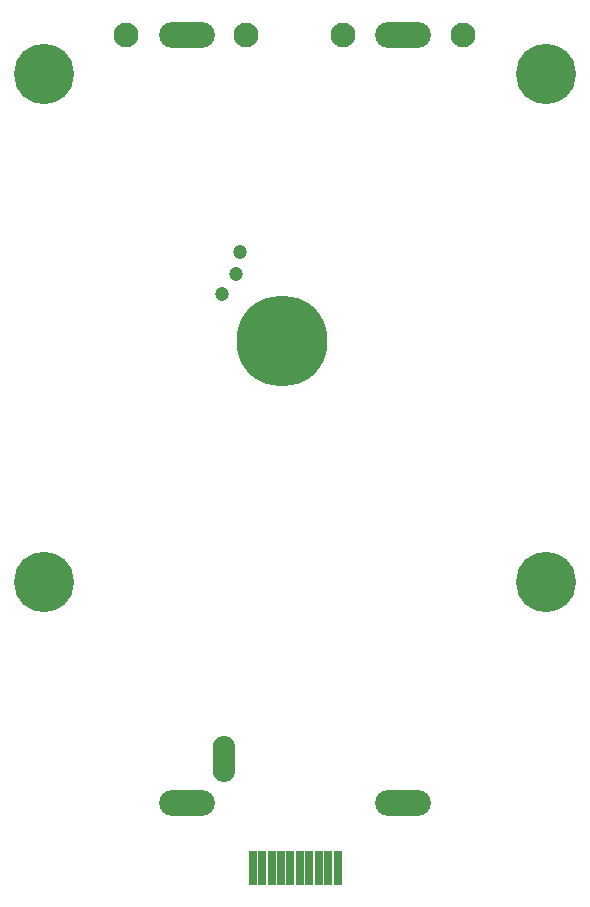
<source format=gbs>
G04*
G04 #@! TF.GenerationSoftware,Altium Limited,Altium Designer,21.2.2 (38)*
G04*
G04 Layer_Color=16711935*
%FSAX25Y25*%
%MOIN*%
G70*
G04*
G04 #@! TF.SameCoordinates,38C7B28B-D0CA-4A75-A604-0C26E738F23A*
G04*
G04*
G04 #@! TF.FilePolarity,Negative*
G04*
G01*
G75*
%ADD126R,0.02559X0.11417*%
%ADD197C,0.08268*%
%ADD199O,0.18517X0.08674*%
G04:AMPARAMS|DCode=200|XSize=74.8mil|YSize=153.54mil|CornerRadius=37.4mil|HoleSize=0mil|Usage=FLASHONLY|Rotation=0.000|XOffset=0mil|YOffset=0mil|HoleType=Round|Shape=RoundedRectangle|*
%AMROUNDEDRECTD200*
21,1,0.07480,0.07874,0,0,0.0*
21,1,0.00000,0.15354,0,0,0.0*
1,1,0.07480,0.00000,-0.03937*
1,1,0.07480,0.00000,-0.03937*
1,1,0.07480,0.00000,0.03937*
1,1,0.07480,0.00000,0.03937*
%
%ADD200ROUNDEDRECTD200*%
%ADD201C,0.20079*%
%ADD220C,0.04724*%
%ADD223C,0.30315*%
D126*
X0463227Y0367710D02*
D03*
X0460078D02*
D03*
X0466377D02*
D03*
X0475826D02*
D03*
X0472676D02*
D03*
X0485275D02*
D03*
X0456928D02*
D03*
X0469526D02*
D03*
X0478975D02*
D03*
X0482125D02*
D03*
D197*
X0454653Y0645622D02*
D03*
X0414692D02*
D03*
X0487066D02*
D03*
X0527027D02*
D03*
D199*
X0435156Y0389323D02*
D03*
X0435117Y0645622D02*
D03*
X0507046D02*
D03*
X0507046Y0389323D02*
D03*
D200*
X0447477Y0404008D02*
D03*
D201*
X0554760Y0463063D02*
D03*
X0387438D02*
D03*
Y0632355D02*
D03*
X0554760D02*
D03*
D220*
X0446771Y0559126D02*
D03*
X0451495Y0565662D02*
D03*
X0452715Y0572985D02*
D03*
D223*
X0466652Y0543339D02*
D03*
M02*

</source>
